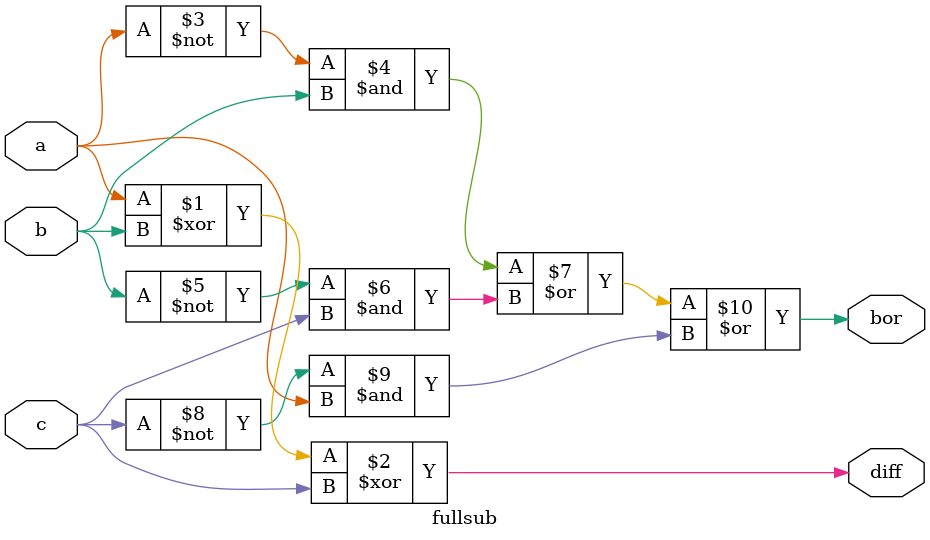
<source format=v>
`timescale 1ns / 1ps
module full_sub(input a,b,c,output diff,bor);
fullsub fullsub(a,b,c ,diff,bor);
endmodule


module fullsub(input a,b,c ,output diff,bor);
assign diff=a^b^c;
assign bor=(~a)&b |(~b)&c |(~c)&a;
endmodule

</source>
